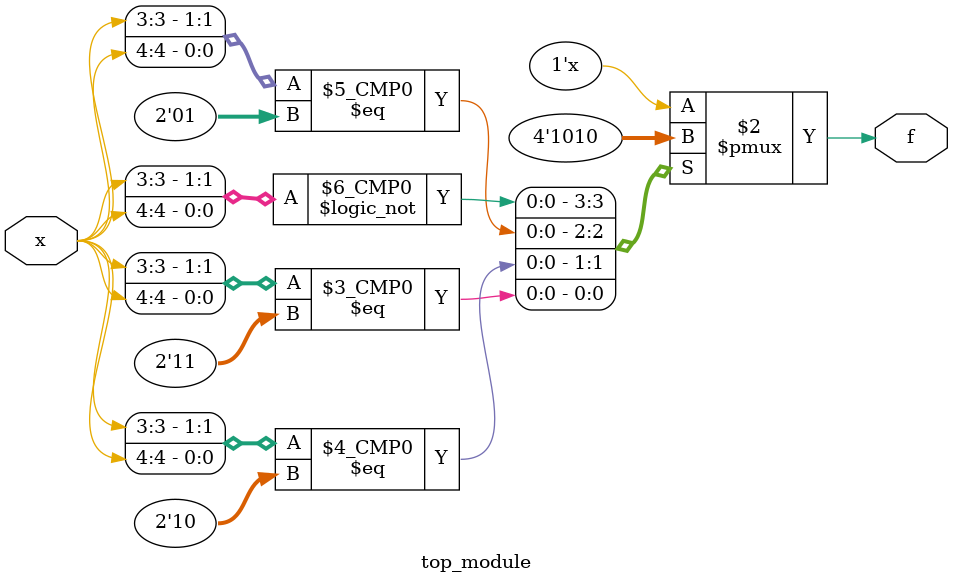
<source format=sv>
module top_module (
    input [4:1] x,
    output logic f
);
    always_comb begin
        case ({x[3], x[4]})
            2'b00: f = 1;
            2'b01: f = 0;
            2'b10: f = 1;
            2'b11: f = 0;
        endcase
    end
endmodule

</source>
